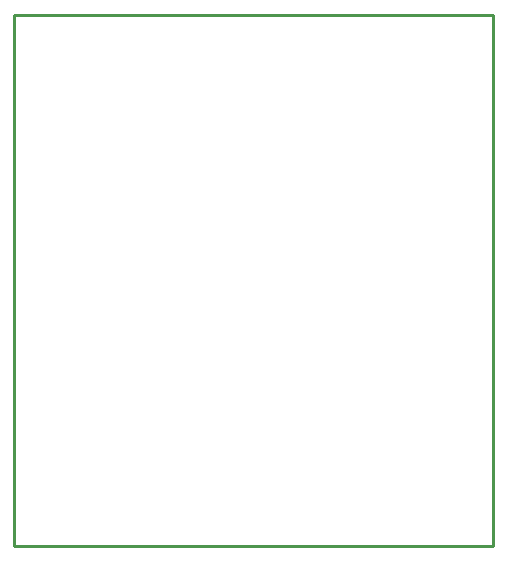
<source format=gko>
G04 Layer_Color=8388736*
%FSLAX24Y24*%
%MOIN*%
G70*
G01*
G75*
%ADD49C,0.0100*%
D49*
X0Y0D02*
X15974D01*
Y-17717D02*
Y0D01*
X0Y-17717D02*
Y0D01*
Y-17717D02*
X15974D01*
M02*

</source>
